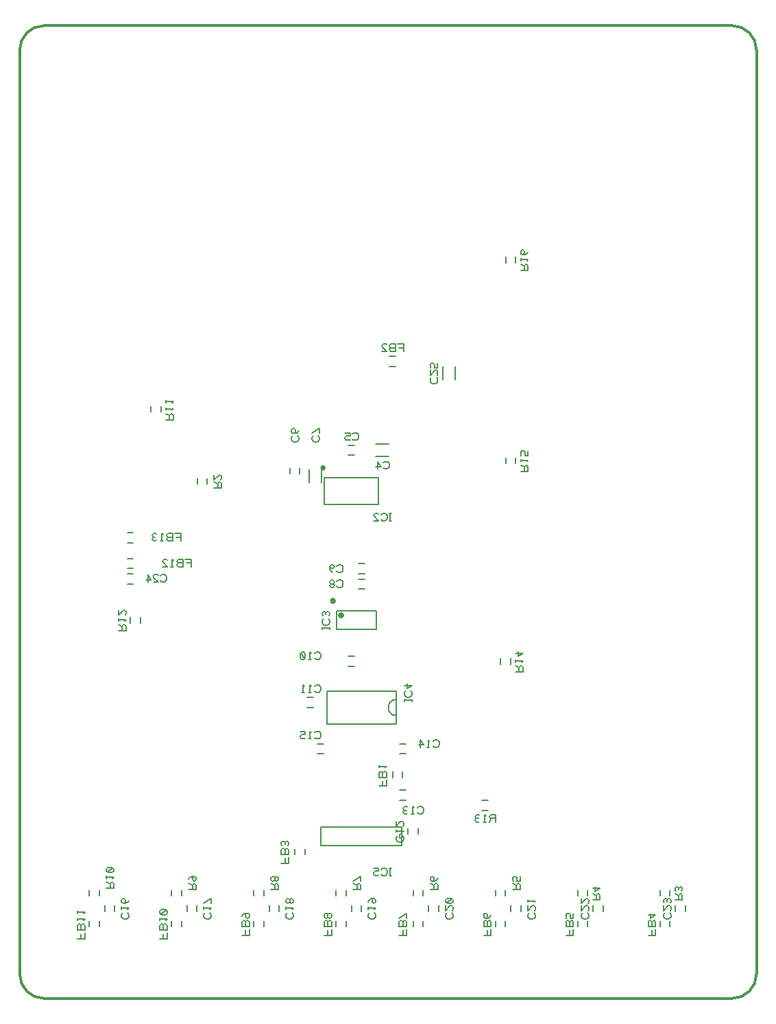
<source format=gbr>
G04 GENERATED BY PULSONIX 12.5 GERBER.DLL 9449*
G04 #@! TF.GenerationSoftware,Pulsonix,Pulsonix,12.5.9449*
G04 #@! TF.CreationDate,2025-07-29T07:21:01--1:00*
G04 #@! TF.Part,Single*
%FSLAX35Y35*%
%LPD*%
%MOMM*%
G04 #@! TF.FileFunction,Legend,Bot*
G04 #@! TF.FilePolarity,Positive*
G04 #@! TA.AperFunction,Profile*
%ADD10C,0.30000*%
G04 #@! TA.AperFunction,Material*
%ADD11C,0.20000*%
%ADD13C,0.20320*%
G04 #@! TD.AperFunction*
%ADD76C,0.20000*%
G04 #@! TD.AperFunction*
X0Y0D02*
D02*
D10*
X3764250Y15214250D02*
X12264250D01*
G75*
G02*
X12564250Y14914250I0J-300000D01*
G01*
Y3514250D01*
G75*
G02*
X12264250Y3214250I-300000J0D01*
G01*
X3764250D01*
G75*
G02*
X3464250Y3514250I0J300000D01*
G01*
Y14914250D01*
G75*
G02*
X3764250Y15214250I300000J0D01*
G01*
D02*
D11*
X4322500Y4170000D02*
Y4100000D01*
Y4481000D02*
Y4551000D01*
X4447500Y4170000D02*
Y4100000D01*
Y4481000D02*
Y4551000D01*
X4513000Y4360500D02*
Y4290500D01*
X4638000Y4360500D02*
Y4290500D01*
X4830500Y7916500D02*
Y7846500D01*
X4864500Y8327000D02*
X4794500D01*
X4864500Y8452000D02*
X4794500D01*
X4864500Y8517500D02*
X4794500D01*
X4864500Y8642500D02*
X4794500D01*
X4864500Y8835000D02*
X4794500D01*
X4864500Y8960000D02*
X4794500D01*
X4955500Y7916500D02*
Y7846500D01*
X5084500Y10450000D02*
Y10520000D01*
X5209500Y10450000D02*
Y10520000D01*
X5338500Y4170000D02*
Y4100000D01*
Y4481000D02*
Y4551000D01*
X5463500Y4170000D02*
Y4100000D01*
Y4481000D02*
Y4551000D01*
X5529000Y4360500D02*
Y4290500D01*
X5654000Y4360500D02*
Y4290500D01*
X5656000Y9631000D02*
Y9561000D01*
X5781000Y9631000D02*
Y9561000D01*
X6354500Y4170000D02*
Y4100000D01*
Y4481000D02*
Y4551000D01*
X6479500Y4170000D02*
Y4100000D01*
Y4481000D02*
Y4551000D01*
X6545000Y4360500D02*
Y4290500D01*
X6670000Y4360500D02*
Y4290500D01*
X6799000Y9688000D02*
Y9758000D01*
X6862500Y4989000D02*
Y5059000D01*
X6924000Y9688000D02*
Y9758000D01*
X6987500Y4989000D02*
Y5059000D01*
X7038000Y9579500D02*
Y9739500D01*
X7087000Y6803000D02*
X7017000D01*
X7087000Y6928000D02*
X7017000D01*
X7185000Y9759000D02*
G75*
G02*
X7235000I25000J0D01*
G01*
G75*
G02*
X7185000I-25000J0D01*
G01*
G36*
X7185000Y9759000D02*
G75*
G02*
X7235000I25000J0D01*
G01*
G75*
G02*
X7185000I-25000J0D01*
G01*
G37*
X7193000Y9579500D02*
Y9739500D01*
X7214000Y6231500D02*
X7144000D01*
X7214000Y6356500D02*
X7144000D01*
X7303500Y8117720D02*
G75*
G02*
X7363500I30000J0D01*
G01*
G75*
G02*
X7303500I-30000J0D01*
G01*
G36*
X7303500Y8117720D02*
G75*
G02*
X7363500I30000J0D01*
G01*
G75*
G02*
X7303500I-30000J0D01*
G01*
G37*
X7370500Y4170000D02*
Y4100000D01*
Y4481000D02*
Y4551000D01*
X7403500Y7941500D02*
G75*
G02*
X7463500I30000J0D01*
G01*
G75*
G02*
X7403500I-30000J0D01*
G01*
G36*
X7403500Y7941500D02*
G75*
G02*
X7463500I30000J0D01*
G01*
G75*
G02*
X7403500I-30000J0D01*
G01*
G37*
X7495500Y4170000D02*
Y4100000D01*
Y4481000D02*
Y4551000D01*
X7561000Y4360500D02*
Y4290500D01*
X7595000Y7311000D02*
X7525000D01*
X7595000Y7436000D02*
X7525000D01*
X7595000Y9914500D02*
X7525000D01*
X7595000Y10039500D02*
X7525000D01*
X7652000Y8263500D02*
X7722000D01*
X7652000Y8388500D02*
X7722000D01*
X7652000Y8454000D02*
X7722000D01*
X7652000Y8579000D02*
X7722000D01*
X7686000Y4360500D02*
Y4290500D01*
X7861000Y9899500D02*
X8021000D01*
X7861000Y10054500D02*
X8021000D01*
X7895000Y9634000D02*
Y9304000D01*
X7225000D01*
Y9634000D01*
X7895000D01*
X8069000Y5941500D02*
Y6011500D01*
X8103000Y11009875D02*
X8033000D01*
X8103000Y11134875D02*
X8033000D01*
X8117000Y6602000D02*
Y7002000D01*
X7257000D01*
Y6602000D01*
X8117000D01*
Y6702000D02*
Y6902000D01*
G75*
G03*
Y6702000I0J-100000D01*
G01*
X8160000Y5660000D02*
X8230000D01*
X8160000Y5785000D02*
X8230000D01*
X8160000Y6231500D02*
X8230000D01*
X8160000Y6356500D02*
X8230000D01*
X8194000Y5941500D02*
Y6011500D01*
X8259500Y5313000D02*
Y5243000D01*
X8323000Y4170000D02*
Y4100000D01*
Y4481000D02*
Y4551000D01*
X8384500Y5313000D02*
Y5243000D01*
X8448000Y4170000D02*
Y4100000D01*
Y4481000D02*
Y4551000D01*
X8513500Y4360500D02*
Y4290500D01*
X8638500Y4360500D02*
Y4290500D01*
X8689000Y11009500D02*
Y10849500D01*
X8844000Y11009500D02*
Y10849500D01*
X9176000Y5533000D02*
X9246000D01*
X9176000Y5658000D02*
X9246000D01*
X9339000Y4170000D02*
Y4100000D01*
Y4481000D02*
Y4551000D01*
X9402500Y7338500D02*
Y7408500D01*
X9464000Y4170000D02*
Y4100000D01*
Y4481000D02*
Y4551000D01*
X9466000Y9815000D02*
Y9885000D01*
Y12291500D02*
Y12361500D01*
X9527500Y7338500D02*
Y7408500D01*
X9529500Y4360500D02*
Y4290500D01*
X9591000Y9815000D02*
Y9885000D01*
Y12291500D02*
Y12361500D01*
X9654500Y4360500D02*
Y4290500D01*
X10355000Y4170000D02*
Y4100000D01*
Y4481000D02*
Y4551000D01*
X10480000Y4170000D02*
Y4100000D01*
Y4481000D02*
Y4551000D01*
X10545500Y4360500D02*
Y4290500D01*
X10670500Y4360500D02*
Y4290500D01*
X11371000Y4170000D02*
Y4100000D01*
Y4481000D02*
Y4551000D01*
X11496000Y4170000D02*
Y4100000D01*
Y4481000D02*
Y4551000D01*
X11561500Y4360500D02*
Y4290500D01*
X11686500Y4360500D02*
Y4290500D01*
D02*
D13*
X7187000Y5097228D02*
Y5331772D01*
X8182110D01*
X7378390Y7764228D02*
Y7998772D01*
X7868610D01*
Y7764228D02*
X7378390D01*
X7868610Y7998772D02*
Y7764228D01*
X8182110Y5097228D02*
X7187000D01*
X8182110Y5184020D02*
G75*
G02*
Y5244980I0J30480D01*
G01*
Y5331772D02*
Y5097228D01*
D02*
D76*
X4177941Y3949425D02*
X4269706Y3949425D01*
Y4025896D01*
X4223824Y4010601D02*
X4223824Y3949425D01*
Y4108254D02*
X4216176Y4123549D01*
X4200882Y4131196D01*
X4185588Y4123549D01*
X4177941Y4108254D01*
Y4054725D01*
X4269706D01*
Y4108254D01*
X4262059Y4123549D01*
X4246765Y4131196D01*
X4231471Y4123549D01*
X4223824Y4108254D01*
Y4054725D01*
X4177941Y4175319D02*
X4177941Y4205907D01*
Y4190613D02*
X4269706Y4190613D01*
X4254412Y4175319D01*
X4177941Y4263719D02*
X4177941Y4294307D01*
Y4279013D02*
X4269706Y4279013D01*
X4254412Y4263719D01*
X4534941Y4573575D02*
X4626706Y4573575D01*
Y4627104D01*
X4619059Y4642399D01*
X4603765Y4650046D01*
X4588471Y4642399D01*
X4580824Y4627104D01*
Y4573575D01*
Y4627104D02*
X4534941Y4650046D01*
Y4694169D02*
X4534941Y4724757D01*
Y4709463D02*
X4626706Y4709463D01*
X4611412Y4694169D01*
X4542588Y4774922D02*
X4534941Y4790216D01*
Y4805510D01*
X4542588Y4820804D01*
X4557882Y4828451D01*
X4603765D01*
X4619059Y4820804D01*
X4626706Y4805510D01*
Y4790216D01*
X4619059Y4774922D01*
X4603765Y4767275D01*
X4557882D01*
X4542588Y4774922D01*
X4619059Y4820804D01*
X4685941Y7748575D02*
X4777706Y7748575D01*
Y7802104D01*
X4770059Y7817399D01*
X4754765Y7825046D01*
X4739471Y7817399D01*
X4731824Y7802104D01*
Y7748575D01*
Y7802104D02*
X4685941Y7825046D01*
Y7869169D02*
X4685941Y7899757D01*
Y7884463D02*
X4777706Y7884463D01*
X4762412Y7869169D01*
X4685941Y8003451D02*
X4685941Y7942275D01*
X4739471Y7995804D01*
X4754765Y8003451D01*
X4770059Y7995804D01*
X4777706Y7980510D01*
Y7957569D01*
X4770059Y7942275D01*
X4737735Y4269046D02*
X4730088Y4261399D01*
X4722441Y4246104D01*
Y4223163D01*
X4730088Y4207869D01*
X4737735Y4200222D01*
X4753029Y4192575D01*
X4783618D01*
X4798912Y4200222D01*
X4806559Y4207869D01*
X4814206Y4223163D01*
Y4246104D01*
X4806559Y4261399D01*
X4798912Y4269046D01*
X4722441Y4313169D02*
X4722441Y4343757D01*
Y4328463D02*
X4814206Y4328463D01*
X4798912Y4313169D01*
X4745382Y4386275D02*
X4760676Y4393922D01*
X4768324Y4409216D01*
Y4424510D01*
X4760676Y4439804D01*
X4745382Y4447451D01*
X4730088Y4439804D01*
X4722441Y4424510D01*
Y4409216D01*
X4730088Y4393922D01*
X4745382Y4386275D01*
X4768324D01*
X4791265Y4393922D01*
X4806559Y4409216D01*
X4814206Y4424510D01*
X5203454Y8364235D02*
X5211101Y8356588D01*
X5226396Y8348941D01*
X5249337D01*
X5264631Y8356588D01*
X5272278Y8364235D01*
X5279925Y8379529D01*
Y8410118D01*
X5272278Y8425412D01*
X5264631Y8433059D01*
X5249337Y8440706D01*
X5226396D01*
X5211101Y8433059D01*
X5203454Y8425412D01*
X5113449Y8348941D02*
X5174625Y8348941D01*
X5121096Y8402471D01*
X5113449Y8417765D01*
X5121096Y8433059D01*
X5136390Y8440706D01*
X5159331D01*
X5174625Y8433059D01*
X5047990Y8348941D02*
X5047990Y8440706D01*
X5086225Y8379529D01*
X5025049D01*
X5269941Y10352075D02*
X5361706Y10352075D01*
Y10405604D01*
X5354059Y10420899D01*
X5338765Y10428546D01*
X5323471Y10420899D01*
X5315824Y10405604D01*
Y10352075D01*
Y10405604D02*
X5269941Y10428546D01*
Y10472669D02*
X5269941Y10503257D01*
Y10487963D02*
X5361706Y10487963D01*
X5346412Y10472669D01*
X5269941Y10561069D02*
X5269941Y10591657D01*
Y10576363D02*
X5361706Y10576363D01*
X5346412Y10561069D01*
X5459575Y8856941D02*
X5459575Y8948706D01*
X5383104D01*
X5398399Y8902824D02*
X5459575Y8902824D01*
X5300746D02*
X5285451Y8895176D01*
X5277804Y8879882D01*
X5285451Y8864588D01*
X5300746Y8856941D01*
X5354275D01*
Y8948706D01*
X5300746D01*
X5285451Y8941059D01*
X5277804Y8925765D01*
X5285451Y8910471D01*
X5300746Y8902824D01*
X5354275D01*
X5233681Y8856941D02*
X5203093Y8856941D01*
X5218387D02*
X5218387Y8948706D01*
X5233681Y8933412D01*
X5152928Y8864588D02*
X5137634Y8856941D01*
X5122340D01*
X5107046Y8864588D01*
X5099399Y8879882D01*
X5107046Y8895176D01*
X5122340Y8902824D01*
X5137634D01*
X5122340D02*
X5107046Y8910471D01*
X5099399Y8925765D01*
X5107046Y8941059D01*
X5122340Y8948706D01*
X5137634D01*
X5152928Y8941059D01*
X5193941Y3949425D02*
X5285706Y3949425D01*
Y4025896D01*
X5239824Y4010601D02*
X5239824Y3949425D01*
Y4108254D02*
X5232176Y4123549D01*
X5216882Y4131196D01*
X5201588Y4123549D01*
X5193941Y4108254D01*
Y4054725D01*
X5285706D01*
Y4108254D01*
X5278059Y4123549D01*
X5262765Y4131196D01*
X5247471Y4123549D01*
X5239824Y4108254D01*
Y4054725D01*
X5193941Y4175319D02*
X5193941Y4205907D01*
Y4190613D02*
X5285706Y4190613D01*
X5270412Y4175319D01*
X5201588Y4256072D02*
X5193941Y4271366D01*
Y4286660D01*
X5201588Y4301954D01*
X5216882Y4309601D01*
X5262765D01*
X5278059Y4301954D01*
X5285706Y4286660D01*
Y4271366D01*
X5278059Y4256072D01*
X5262765Y4248425D01*
X5216882D01*
X5201588Y4256072D01*
X5278059Y4301954D01*
X5586575Y8539441D02*
X5586575Y8631206D01*
X5510104D01*
X5525399Y8585324D02*
X5586575Y8585324D01*
X5427746D02*
X5412451Y8577676D01*
X5404804Y8562382D01*
X5412451Y8547088D01*
X5427746Y8539441D01*
X5481275D01*
Y8631206D01*
X5427746D01*
X5412451Y8623559D01*
X5404804Y8608265D01*
X5412451Y8592971D01*
X5427746Y8585324D01*
X5481275D01*
X5360681Y8539441D02*
X5330093Y8539441D01*
X5345387D02*
X5345387Y8631206D01*
X5360681Y8615912D01*
X5226399Y8539441D02*
X5287575Y8539441D01*
X5234046Y8592971D01*
X5226399Y8608265D01*
X5234046Y8623559D01*
X5249340Y8631206D01*
X5272281D01*
X5287575Y8623559D01*
X5550941Y4554275D02*
X5642706Y4554275D01*
Y4607804D01*
X5635059Y4623099D01*
X5619765Y4630746D01*
X5604471Y4623099D01*
X5596824Y4607804D01*
Y4554275D01*
Y4607804D02*
X5550941Y4630746D01*
Y4682516D02*
X5558588Y4697810D01*
X5573882Y4713104D01*
X5596824Y4720751D01*
X5619765D01*
X5635059Y4713104D01*
X5642706Y4697810D01*
Y4682516D01*
X5635059Y4667222D01*
X5619765Y4659575D01*
X5604471Y4667222D01*
X5596824Y4682516D01*
Y4697810D01*
X5604471Y4713104D01*
X5619765Y4720751D01*
X5753735Y4269046D02*
X5746088Y4261399D01*
X5738441Y4246104D01*
Y4223163D01*
X5746088Y4207869D01*
X5753735Y4200222D01*
X5769029Y4192575D01*
X5799618D01*
X5814912Y4200222D01*
X5822559Y4207869D01*
X5830206Y4223163D01*
Y4246104D01*
X5822559Y4261399D01*
X5814912Y4269046D01*
X5738441Y4313169D02*
X5738441Y4343757D01*
Y4328463D02*
X5830206Y4328463D01*
X5814912Y4313169D01*
X5738441Y4386275D02*
X5830206Y4447451D01*
Y4386275D01*
X5865441Y9507275D02*
X5957206Y9507275D01*
Y9560804D01*
X5949559Y9576099D01*
X5934265Y9583746D01*
X5918971Y9576099D01*
X5911324Y9560804D01*
Y9507275D01*
Y9560804D02*
X5865441Y9583746D01*
Y9673751D02*
X5865441Y9612575D01*
X5918971Y9666104D01*
X5934265Y9673751D01*
X5949559Y9666104D01*
X5957206Y9650810D01*
Y9627869D01*
X5949559Y9612575D01*
X6209941Y3993625D02*
X6301706Y3993625D01*
Y4070096D01*
X6255824Y4054801D02*
X6255824Y3993625D01*
Y4152454D02*
X6248176Y4167749D01*
X6232882Y4175396D01*
X6217588Y4167749D01*
X6209941Y4152454D01*
Y4098925D01*
X6301706D01*
Y4152454D01*
X6294059Y4167749D01*
X6278765Y4175396D01*
X6263471Y4167749D01*
X6255824Y4152454D01*
Y4098925D01*
X6209941Y4227166D02*
X6217588Y4242460D01*
X6232882Y4257754D01*
X6255824Y4265401D01*
X6278765D01*
X6294059Y4257754D01*
X6301706Y4242460D01*
Y4227166D01*
X6294059Y4211872D01*
X6278765Y4204225D01*
X6263471Y4211872D01*
X6255824Y4227166D01*
Y4242460D01*
X6263471Y4257754D01*
X6278765Y4265401D01*
X6566941Y4554275D02*
X6658706Y4554275D01*
Y4607804D01*
X6651059Y4623099D01*
X6635765Y4630746D01*
X6620471Y4623099D01*
X6612824Y4607804D01*
Y4554275D01*
Y4607804D02*
X6566941Y4630746D01*
X6612824Y4682516D02*
X6612824Y4697810D01*
X6620471Y4713104D01*
X6635765Y4720751D01*
X6651059Y4713104D01*
X6658706Y4697810D01*
Y4682516D01*
X6651059Y4667222D01*
X6635765Y4659575D01*
X6620471Y4667222D01*
X6612824Y4682516D01*
X6605176Y4667222D01*
X6589882Y4659575D01*
X6574588Y4667222D01*
X6566941Y4682516D01*
Y4697810D01*
X6574588Y4713104D01*
X6589882Y4720751D01*
X6605176Y4713104D01*
X6612824Y4697810D01*
X6693941Y4882625D02*
X6785706Y4882625D01*
Y4959096D01*
X6739824Y4943801D02*
X6739824Y4882625D01*
Y5041454D02*
X6732176Y5056749D01*
X6716882Y5064396D01*
X6701588Y5056749D01*
X6693941Y5041454D01*
Y4987925D01*
X6785706D01*
Y5041454D01*
X6778059Y5056749D01*
X6762765Y5064396D01*
X6747471Y5056749D01*
X6739824Y5041454D01*
Y4987925D01*
X6701588Y5100872D02*
X6693941Y5116166D01*
Y5131460D01*
X6701588Y5146754D01*
X6716882Y5154401D01*
X6732176Y5146754D01*
X6739824Y5131460D01*
Y5116166D01*
Y5131460D02*
X6747471Y5146754D01*
X6762765Y5154401D01*
X6778059Y5146754D01*
X6785706Y5131460D01*
Y5116166D01*
X6778059Y5100872D01*
X6836235Y10155246D02*
X6828588Y10147599D01*
X6820941Y10132304D01*
Y10109363D01*
X6828588Y10094069D01*
X6836235Y10086422D01*
X6851529Y10078775D01*
X6882118D01*
X6897412Y10086422D01*
X6905059Y10094069D01*
X6912706Y10109363D01*
Y10132304D01*
X6905059Y10147599D01*
X6897412Y10155246D01*
X6843882Y10184075D02*
X6859176Y10191722D01*
X6866824Y10207016D01*
Y10222310D01*
X6859176Y10237604D01*
X6843882Y10245251D01*
X6828588Y10237604D01*
X6820941Y10222310D01*
Y10207016D01*
X6828588Y10191722D01*
X6843882Y10184075D01*
X6866824D01*
X6889765Y10191722D01*
X6905059Y10207016D01*
X6912706Y10222310D01*
X6769735Y4269046D02*
X6762088Y4261399D01*
X6754441Y4246104D01*
Y4223163D01*
X6762088Y4207869D01*
X6769735Y4200222D01*
X6785029Y4192575D01*
X6815618D01*
X6830912Y4200222D01*
X6838559Y4207869D01*
X6846206Y4223163D01*
Y4246104D01*
X6838559Y4261399D01*
X6830912Y4269046D01*
X6754441Y4313169D02*
X6754441Y4343757D01*
Y4328463D02*
X6846206Y4328463D01*
X6830912Y4313169D01*
X6800324Y4409216D02*
X6800324Y4424510D01*
X6807971Y4439804D01*
X6823265Y4447451D01*
X6838559Y4439804D01*
X6846206Y4424510D01*
Y4409216D01*
X6838559Y4393922D01*
X6823265Y4386275D01*
X6807971Y4393922D01*
X6800324Y4409216D01*
X6792676Y4393922D01*
X6777382Y4386275D01*
X6762088Y4393922D01*
X6754441Y4409216D01*
Y4424510D01*
X6762088Y4439804D01*
X6777382Y4447451D01*
X6792676Y4439804D01*
X6800324Y4424510D01*
X7108454Y6432235D02*
X7116101Y6424588D01*
X7131396Y6416941D01*
X7154337D01*
X7169631Y6424588D01*
X7177278Y6432235D01*
X7184925Y6447529D01*
Y6478118D01*
X7177278Y6493412D01*
X7169631Y6501059D01*
X7154337Y6508706D01*
X7131396D01*
X7116101Y6501059D01*
X7108454Y6493412D01*
X7064331Y6416941D02*
X7033743Y6416941D01*
X7049037D02*
X7049037Y6508706D01*
X7064331Y6493412D01*
X6991225Y6424588D02*
X6975931Y6416941D01*
X6952990D01*
X6937696Y6424588D01*
X6930049Y6439882D01*
Y6447529D01*
X6937696Y6462824D01*
X6952990Y6470471D01*
X6991225D01*
Y6508706D01*
X6930049D01*
X7108454Y7003735D02*
X7116101Y6996088D01*
X7131396Y6988441D01*
X7154337D01*
X7169631Y6996088D01*
X7177278Y7003735D01*
X7184925Y7019029D01*
Y7049618D01*
X7177278Y7064912D01*
X7169631Y7072559D01*
X7154337Y7080206D01*
X7131396D01*
X7116101Y7072559D01*
X7108454Y7064912D01*
X7064331Y6988441D02*
X7033743Y6988441D01*
X7049037D02*
X7049037Y7080206D01*
X7064331Y7064912D01*
X6975931Y6988441D02*
X6945343Y6988441D01*
X6960637D02*
X6960637Y7080206D01*
X6975931Y7064912D01*
X7108454Y7408735D02*
X7116101Y7401088D01*
X7131396Y7393441D01*
X7154337D01*
X7169631Y7401088D01*
X7177278Y7408735D01*
X7184925Y7424029D01*
Y7454618D01*
X7177278Y7469912D01*
X7169631Y7477559D01*
X7154337Y7485206D01*
X7131396D01*
X7116101Y7477559D01*
X7108454Y7469912D01*
X7064331Y7393441D02*
X7033743Y7393441D01*
X7049037D02*
X7049037Y7485206D01*
X7064331Y7469912D01*
X6983578Y7401088D02*
X6968284Y7393441D01*
X6952990D01*
X6937696Y7401088D01*
X6930049Y7416382D01*
Y7462265D01*
X6937696Y7477559D01*
X6952990Y7485206D01*
X6968284D01*
X6983578Y7477559D01*
X6991225Y7462265D01*
Y7416382D01*
X6983578Y7401088D01*
X6937696Y7477559D01*
X7090235Y10155246D02*
X7082588Y10147599D01*
X7074941Y10132304D01*
Y10109363D01*
X7082588Y10094069D01*
X7090235Y10086422D01*
X7105529Y10078775D01*
X7136118D01*
X7151412Y10086422D01*
X7159059Y10094069D01*
X7166706Y10109363D01*
Y10132304D01*
X7159059Y10147599D01*
X7151412Y10155246D01*
X7074941Y10184075D02*
X7166706Y10245251D01*
Y10184075D01*
X7198941Y7764825D02*
X7198941Y7795413D01*
Y7780119D02*
X7290706Y7780119D01*
Y7764825D02*
X7290706Y7795413D01*
X7214235Y7897196D02*
X7206588Y7889549D01*
X7198941Y7874254D01*
Y7851313D01*
X7206588Y7836019D01*
X7214235Y7828372D01*
X7229529Y7820725D01*
X7260118D01*
X7275412Y7828372D01*
X7283059Y7836019D01*
X7290706Y7851313D01*
Y7874254D01*
X7283059Y7889549D01*
X7275412Y7897196D01*
X7206588Y7933672D02*
X7198941Y7948966D01*
Y7964260D01*
X7206588Y7979554D01*
X7221882Y7987201D01*
X7237176Y7979554D01*
X7244824Y7964260D01*
Y7948966D01*
Y7964260D02*
X7252471Y7979554D01*
X7267765Y7987201D01*
X7283059Y7979554D01*
X7290706Y7964260D01*
Y7948966D01*
X7283059Y7933672D01*
X7225941Y3993625D02*
X7317706Y3993625D01*
Y4070096D01*
X7271824Y4054801D02*
X7271824Y3993625D01*
Y4152454D02*
X7264176Y4167749D01*
X7248882Y4175396D01*
X7233588Y4167749D01*
X7225941Y4152454D01*
Y4098925D01*
X7317706D01*
Y4152454D01*
X7310059Y4167749D01*
X7294765Y4175396D01*
X7279471Y4167749D01*
X7271824Y4152454D01*
Y4098925D01*
Y4227166D02*
X7271824Y4242460D01*
X7279471Y4257754D01*
X7294765Y4265401D01*
X7310059Y4257754D01*
X7317706Y4242460D01*
Y4227166D01*
X7310059Y4211872D01*
X7294765Y4204225D01*
X7279471Y4211872D01*
X7271824Y4227166D01*
X7264176Y4211872D01*
X7248882Y4204225D01*
X7233588Y4211872D01*
X7225941Y4227166D01*
Y4242460D01*
X7233588Y4257754D01*
X7248882Y4265401D01*
X7264176Y4257754D01*
X7271824Y4242460D01*
X7381754Y8297735D02*
X7389401Y8290088D01*
X7404696Y8282441D01*
X7427637D01*
X7442931Y8290088D01*
X7450578Y8297735D01*
X7458225Y8313029D01*
Y8343618D01*
X7450578Y8358912D01*
X7442931Y8366559D01*
X7427637Y8374206D01*
X7404696D01*
X7389401Y8366559D01*
X7381754Y8358912D01*
X7329984Y8328324D02*
X7314690Y8328324D01*
X7299396Y8335971D01*
X7291749Y8351265D01*
X7299396Y8366559D01*
X7314690Y8374206D01*
X7329984D01*
X7345278Y8366559D01*
X7352925Y8351265D01*
X7345278Y8335971D01*
X7329984Y8328324D01*
X7345278Y8320676D01*
X7352925Y8305382D01*
X7345278Y8290088D01*
X7329984Y8282441D01*
X7314690D01*
X7299396Y8290088D01*
X7291749Y8305382D01*
X7299396Y8320676D01*
X7314690Y8328324D01*
X7381754Y8488235D02*
X7389401Y8480588D01*
X7404696Y8472941D01*
X7427637D01*
X7442931Y8480588D01*
X7450578Y8488235D01*
X7458225Y8503529D01*
Y8534118D01*
X7450578Y8549412D01*
X7442931Y8557059D01*
X7427637Y8564706D01*
X7404696D01*
X7389401Y8557059D01*
X7381754Y8549412D01*
X7329984Y8472941D02*
X7314690Y8480588D01*
X7299396Y8495882D01*
X7291749Y8518824D01*
Y8541765D01*
X7299396Y8557059D01*
X7314690Y8564706D01*
X7329984D01*
X7345278Y8557059D01*
X7352925Y8541765D01*
X7345278Y8526471D01*
X7329984Y8518824D01*
X7314690D01*
X7299396Y8526471D01*
X7291749Y8541765D01*
X7582941Y4554275D02*
X7674706Y4554275D01*
Y4607804D01*
X7667059Y4623099D01*
X7651765Y4630746D01*
X7636471Y4623099D01*
X7628824Y4607804D01*
Y4554275D01*
Y4607804D02*
X7582941Y4630746D01*
Y4659575D02*
X7674706Y4720751D01*
Y4659575D01*
X7572254Y10115235D02*
X7579901Y10107588D01*
X7595196Y10099941D01*
X7618137D01*
X7633431Y10107588D01*
X7641078Y10115235D01*
X7648725Y10130529D01*
Y10161118D01*
X7641078Y10176412D01*
X7633431Y10184059D01*
X7618137Y10191706D01*
X7595196D01*
X7579901Y10184059D01*
X7572254Y10176412D01*
X7543425Y10107588D02*
X7528131Y10099941D01*
X7505190D01*
X7489896Y10107588D01*
X7482249Y10122882D01*
Y10130529D01*
X7489896Y10145824D01*
X7505190Y10153471D01*
X7543425D01*
Y10191706D01*
X7482249D01*
X7785735Y4269046D02*
X7778088Y4261399D01*
X7770441Y4246104D01*
Y4223163D01*
X7778088Y4207869D01*
X7785735Y4200222D01*
X7801029Y4192575D01*
X7831618D01*
X7846912Y4200222D01*
X7854559Y4207869D01*
X7862206Y4223163D01*
Y4246104D01*
X7854559Y4261399D01*
X7846912Y4269046D01*
X7770441Y4313169D02*
X7770441Y4343757D01*
Y4328463D02*
X7862206Y4328463D01*
X7846912Y4313169D01*
X7770441Y4409216D02*
X7778088Y4424510D01*
X7793382Y4439804D01*
X7816324Y4447451D01*
X7839265D01*
X7854559Y4439804D01*
X7862206Y4424510D01*
Y4409216D01*
X7854559Y4393922D01*
X7839265Y4386275D01*
X7823971Y4393922D01*
X7816324Y4409216D01*
Y4424510D01*
X7823971Y4439804D01*
X7839265Y4447451D01*
X7900441Y5835125D02*
X7992206Y5835125D01*
Y5911596D01*
X7946324Y5896301D02*
X7946324Y5835125D01*
Y5993954D02*
X7938676Y6009249D01*
X7923382Y6016896D01*
X7908088Y6009249D01*
X7900441Y5993954D01*
Y5940425D01*
X7992206D01*
Y5993954D01*
X7984559Y6009249D01*
X7969265Y6016896D01*
X7953971Y6009249D01*
X7946324Y5993954D01*
Y5940425D01*
X7900441Y6061019D02*
X7900441Y6091607D01*
Y6076313D02*
X7992206Y6076313D01*
X7976912Y6061019D01*
X8057675Y4729441D02*
X8027087Y4729441D01*
X8042381D02*
X8042381Y4821206D01*
X8057675D02*
X8027087Y4821206D01*
X7925304Y4744735D02*
X7932951Y4737088D01*
X7948246Y4729441D01*
X7971187D01*
X7986481Y4737088D01*
X7994128Y4744735D01*
X8001775Y4760029D01*
Y4790618D01*
X7994128Y4805912D01*
X7986481Y4813559D01*
X7971187Y4821206D01*
X7948246D01*
X7932951Y4813559D01*
X7925304Y4805912D01*
X7896475Y4737088D02*
X7881181Y4729441D01*
X7858240D01*
X7842946Y4737088D01*
X7835299Y4752382D01*
Y4760029D01*
X7842946Y4775324D01*
X7858240Y4782971D01*
X7896475D01*
Y4821206D01*
X7835299D01*
X8057675Y9107941D02*
X8027087Y9107941D01*
X8042381D02*
X8042381Y9199706D01*
X8057675D02*
X8027087Y9199706D01*
X7925304Y9123235D02*
X7932951Y9115588D01*
X7948246Y9107941D01*
X7971187D01*
X7986481Y9115588D01*
X7994128Y9123235D01*
X8001775Y9138529D01*
Y9169118D01*
X7994128Y9184412D01*
X7986481Y9192059D01*
X7971187Y9199706D01*
X7948246D01*
X7932951Y9192059D01*
X7925304Y9184412D01*
X7835299Y9107941D02*
X7896475Y9107941D01*
X7842946Y9161471D01*
X7835299Y9176765D01*
X7842946Y9192059D01*
X7858240Y9199706D01*
X7881181D01*
X7896475Y9192059D01*
X7953254Y9760235D02*
X7960901Y9752588D01*
X7976196Y9744941D01*
X7999137D01*
X8014431Y9752588D01*
X8022078Y9760235D01*
X8029725Y9775529D01*
Y9806118D01*
X8022078Y9821412D01*
X8014431Y9829059D01*
X7999137Y9836706D01*
X7976196D01*
X7960901Y9829059D01*
X7953254Y9821412D01*
X7886190Y9744941D02*
X7886190Y9836706D01*
X7924425Y9775529D01*
X7863249D01*
X8209375Y11195316D02*
X8209375Y11287081D01*
X8132904D01*
X8148199Y11241199D02*
X8209375Y11241199D01*
X8050546D02*
X8035251Y11233551D01*
X8027604Y11218257D01*
X8035251Y11202963D01*
X8050546Y11195316D01*
X8104075D01*
Y11287081D01*
X8050546D01*
X8035251Y11279434D01*
X8027604Y11264140D01*
X8035251Y11248846D01*
X8050546Y11241199D01*
X8104075D01*
X7937599Y11195316D02*
X7998775Y11195316D01*
X7945246Y11248846D01*
X7937599Y11264140D01*
X7945246Y11279434D01*
X7960540Y11287081D01*
X7983481D01*
X7998775Y11279434D01*
X8217941Y6875825D02*
X8217941Y6906413D01*
Y6891119D02*
X8309706Y6891119D01*
Y6875825D02*
X8309706Y6906413D01*
X8233235Y7008196D02*
X8225588Y7000549D01*
X8217941Y6985254D01*
Y6962313D01*
X8225588Y6947019D01*
X8233235Y6939372D01*
X8248529Y6931725D01*
X8279118D01*
X8294412Y6939372D01*
X8302059Y6947019D01*
X8309706Y6962313D01*
Y6985254D01*
X8302059Y7000549D01*
X8294412Y7008196D01*
X8217941Y7075260D02*
X8309706Y7075260D01*
X8248529Y7037025D01*
Y7098201D01*
X8130235Y5221546D02*
X8122588Y5213899D01*
X8114941Y5198604D01*
Y5175663D01*
X8122588Y5160369D01*
X8130235Y5152722D01*
X8145529Y5145075D01*
X8176118D01*
X8191412Y5152722D01*
X8199059Y5160369D01*
X8206706Y5175663D01*
Y5198604D01*
X8199059Y5213899D01*
X8191412Y5221546D01*
X8114941Y5265669D02*
X8114941Y5296257D01*
Y5280963D02*
X8206706Y5280963D01*
X8191412Y5265669D01*
X8114941Y5399951D02*
X8114941Y5338775D01*
X8168471Y5392304D01*
X8183765Y5399951D01*
X8199059Y5392304D01*
X8206706Y5377010D01*
Y5354069D01*
X8199059Y5338775D01*
X8151441Y3993625D02*
X8243206Y3993625D01*
Y4070096D01*
X8197324Y4054801D02*
X8197324Y3993625D01*
Y4152454D02*
X8189676Y4167749D01*
X8174382Y4175396D01*
X8159088Y4167749D01*
X8151441Y4152454D01*
Y4098925D01*
X8243206D01*
Y4152454D01*
X8235559Y4167749D01*
X8220265Y4175396D01*
X8204971Y4167749D01*
X8197324Y4152454D01*
Y4098925D01*
X8151441Y4204225D02*
X8243206Y4265401D01*
Y4204225D01*
X8378454Y5503735D02*
X8386101Y5496088D01*
X8401396Y5488441D01*
X8424337D01*
X8439631Y5496088D01*
X8447278Y5503735D01*
X8454925Y5519029D01*
Y5549618D01*
X8447278Y5564912D01*
X8439631Y5572559D01*
X8424337Y5580206D01*
X8401396D01*
X8386101Y5572559D01*
X8378454Y5564912D01*
X8334331Y5488441D02*
X8303743Y5488441D01*
X8319037D02*
X8319037Y5580206D01*
X8334331Y5564912D01*
X8253578Y5496088D02*
X8238284Y5488441D01*
X8222990D01*
X8207696Y5496088D01*
X8200049Y5511382D01*
X8207696Y5526676D01*
X8222990Y5534324D01*
X8238284D01*
X8222990D02*
X8207696Y5541971D01*
X8200049Y5557265D01*
X8207696Y5572559D01*
X8222990Y5580206D01*
X8238284D01*
X8253578Y5572559D01*
X8535441Y4554275D02*
X8627206Y4554275D01*
Y4607804D01*
X8619559Y4623099D01*
X8604265Y4630746D01*
X8588971Y4623099D01*
X8581324Y4607804D01*
Y4554275D01*
Y4607804D02*
X8535441Y4630746D01*
X8558382Y4659575D02*
X8573676Y4667222D01*
X8581324Y4682516D01*
Y4697810D01*
X8573676Y4713104D01*
X8558382Y4720751D01*
X8543088Y4713104D01*
X8535441Y4697810D01*
Y4682516D01*
X8543088Y4667222D01*
X8558382Y4659575D01*
X8581324D01*
X8604265Y4667222D01*
X8619559Y4682516D01*
X8627206Y4697810D01*
X8568954Y6329235D02*
X8576601Y6321588D01*
X8591896Y6313941D01*
X8614837D01*
X8630131Y6321588D01*
X8637778Y6329235D01*
X8645425Y6344529D01*
Y6375118D01*
X8637778Y6390412D01*
X8630131Y6398059D01*
X8614837Y6405706D01*
X8591896D01*
X8576601Y6398059D01*
X8568954Y6390412D01*
X8524831Y6313941D02*
X8494243Y6313941D01*
X8509537D02*
X8509537Y6405706D01*
X8524831Y6390412D01*
X8413490Y6313941D02*
X8413490Y6405706D01*
X8451725Y6344529D01*
X8390549D01*
X8549735Y10873046D02*
X8542088Y10865399D01*
X8534441Y10850104D01*
Y10827163D01*
X8542088Y10811869D01*
X8549735Y10804222D01*
X8565029Y10796575D01*
X8595618D01*
X8610912Y10804222D01*
X8618559Y10811869D01*
X8626206Y10827163D01*
Y10850104D01*
X8618559Y10865399D01*
X8610912Y10873046D01*
X8534441Y10963051D02*
X8534441Y10901875D01*
X8587971Y10955404D01*
X8603265Y10963051D01*
X8618559Y10955404D01*
X8626206Y10940110D01*
Y10917169D01*
X8618559Y10901875D01*
X8542088Y10990275D02*
X8534441Y11005569D01*
Y11028510D01*
X8542088Y11043804D01*
X8557382Y11051451D01*
X8565029D01*
X8580324Y11043804D01*
X8587971Y11028510D01*
Y10990275D01*
X8626206D01*
Y11051451D01*
X8738235Y4269046D02*
X8730588Y4261399D01*
X8722941Y4246104D01*
Y4223163D01*
X8730588Y4207869D01*
X8738235Y4200222D01*
X8753529Y4192575D01*
X8784118D01*
X8799412Y4200222D01*
X8807059Y4207869D01*
X8814706Y4223163D01*
Y4246104D01*
X8807059Y4261399D01*
X8799412Y4269046D01*
X8722941Y4359051D02*
X8722941Y4297875D01*
X8776471Y4351404D01*
X8791765Y4359051D01*
X8807059Y4351404D01*
X8814706Y4336110D01*
Y4313169D01*
X8807059Y4297875D01*
X8730588Y4393922D02*
X8722941Y4409216D01*
Y4424510D01*
X8730588Y4439804D01*
X8745882Y4447451D01*
X8791765D01*
X8807059Y4439804D01*
X8814706Y4424510D01*
Y4409216D01*
X8807059Y4393922D01*
X8791765Y4386275D01*
X8745882D01*
X8730588Y4393922D01*
X8807059Y4439804D01*
X9343925Y5388441D02*
X9343925Y5480206D01*
X9290396D01*
X9275101Y5472559D01*
X9267454Y5457265D01*
X9275101Y5441971D01*
X9290396Y5434324D01*
X9343925D01*
X9290396D02*
X9267454Y5388441D01*
X9223331D02*
X9192743Y5388441D01*
X9208037D02*
X9208037Y5480206D01*
X9223331Y5464912D01*
X9142578Y5396088D02*
X9127284Y5388441D01*
X9111990D01*
X9096696Y5396088D01*
X9089049Y5411382D01*
X9096696Y5426676D01*
X9111990Y5434324D01*
X9127284D01*
X9111990D02*
X9096696Y5441971D01*
X9089049Y5457265D01*
X9096696Y5472559D01*
X9111990Y5480206D01*
X9127284D01*
X9142578Y5472559D01*
X9194441Y3993625D02*
X9286206Y3993625D01*
Y4070096D01*
X9240324Y4054801D02*
X9240324Y3993625D01*
Y4152454D02*
X9232676Y4167749D01*
X9217382Y4175396D01*
X9202088Y4167749D01*
X9194441Y4152454D01*
Y4098925D01*
X9286206D01*
Y4152454D01*
X9278559Y4167749D01*
X9263265Y4175396D01*
X9247971Y4167749D01*
X9240324Y4152454D01*
Y4098925D01*
X9217382Y4204225D02*
X9232676Y4211872D01*
X9240324Y4227166D01*
Y4242460D01*
X9232676Y4257754D01*
X9217382Y4265401D01*
X9202088Y4257754D01*
X9194441Y4242460D01*
Y4227166D01*
X9202088Y4211872D01*
X9217382Y4204225D01*
X9240324D01*
X9263265Y4211872D01*
X9278559Y4227166D01*
X9286206Y4242460D01*
X9551441Y4554275D02*
X9643206Y4554275D01*
Y4607804D01*
X9635559Y4623099D01*
X9620265Y4630746D01*
X9604971Y4623099D01*
X9597324Y4607804D01*
Y4554275D01*
Y4607804D02*
X9551441Y4630746D01*
X9559088Y4659575D02*
X9551441Y4674869D01*
Y4697810D01*
X9559088Y4713104D01*
X9574382Y4720751D01*
X9582029D01*
X9597324Y4713104D01*
X9604971Y4697810D01*
Y4659575D01*
X9643206D01*
Y4720751D01*
X9587941Y7240575D02*
X9679706Y7240575D01*
Y7294104D01*
X9672059Y7309399D01*
X9656765Y7317046D01*
X9641471Y7309399D01*
X9633824Y7294104D01*
Y7240575D01*
Y7294104D02*
X9587941Y7317046D01*
Y7361169D02*
X9587941Y7391757D01*
Y7376463D02*
X9679706Y7376463D01*
X9664412Y7361169D01*
X9587941Y7472510D02*
X9679706Y7472510D01*
X9618529Y7434275D01*
Y7495451D01*
X9651441Y9717075D02*
X9743206Y9717075D01*
Y9770604D01*
X9735559Y9785899D01*
X9720265Y9793546D01*
X9704971Y9785899D01*
X9697324Y9770604D01*
Y9717075D01*
Y9770604D02*
X9651441Y9793546D01*
Y9837669D02*
X9651441Y9868257D01*
Y9852963D02*
X9743206Y9852963D01*
X9727912Y9837669D01*
X9659088Y9910775D02*
X9651441Y9926069D01*
Y9949010D01*
X9659088Y9964304D01*
X9674382Y9971951D01*
X9682029D01*
X9697324Y9964304D01*
X9704971Y9949010D01*
Y9910775D01*
X9743206D01*
Y9971951D01*
X9651441Y12193575D02*
X9743206Y12193575D01*
Y12247104D01*
X9735559Y12262399D01*
X9720265Y12270046D01*
X9704971Y12262399D01*
X9697324Y12247104D01*
Y12193575D01*
Y12247104D02*
X9651441Y12270046D01*
Y12314169D02*
X9651441Y12344757D01*
Y12329463D02*
X9743206Y12329463D01*
X9727912Y12314169D01*
X9674382Y12387275D02*
X9689676Y12394922D01*
X9697324Y12410216D01*
Y12425510D01*
X9689676Y12440804D01*
X9674382Y12448451D01*
X9659088Y12440804D01*
X9651441Y12425510D01*
Y12410216D01*
X9659088Y12394922D01*
X9674382Y12387275D01*
X9697324D01*
X9720265Y12394922D01*
X9735559Y12410216D01*
X9743206Y12425510D01*
X9754235Y4269046D02*
X9746588Y4261399D01*
X9738941Y4246104D01*
Y4223163D01*
X9746588Y4207869D01*
X9754235Y4200222D01*
X9769529Y4192575D01*
X9800118D01*
X9815412Y4200222D01*
X9823059Y4207869D01*
X9830706Y4223163D01*
Y4246104D01*
X9823059Y4261399D01*
X9815412Y4269046D01*
X9738941Y4359051D02*
X9738941Y4297875D01*
X9792471Y4351404D01*
X9807765Y4359051D01*
X9823059Y4351404D01*
X9830706Y4336110D01*
Y4313169D01*
X9823059Y4297875D01*
X9738941Y4401569D02*
X9738941Y4432157D01*
Y4416863D02*
X9830706Y4416863D01*
X9815412Y4401569D01*
X10210441Y3993625D02*
X10302206Y3993625D01*
Y4070096D01*
X10256324Y4054801D02*
X10256324Y3993625D01*
Y4152454D02*
X10248676Y4167749D01*
X10233382Y4175396D01*
X10218088Y4167749D01*
X10210441Y4152454D01*
Y4098925D01*
X10302206D01*
Y4152454D01*
X10294559Y4167749D01*
X10279265Y4175396D01*
X10263971Y4167749D01*
X10256324Y4152454D01*
Y4098925D01*
X10218088Y4204225D02*
X10210441Y4219519D01*
Y4242460D01*
X10218088Y4257754D01*
X10233382Y4265401D01*
X10241029D01*
X10256324Y4257754D01*
X10263971Y4242460D01*
Y4204225D01*
X10302206D01*
Y4265401D01*
X10416235Y4269046D02*
X10408588Y4261399D01*
X10400941Y4246104D01*
Y4223163D01*
X10408588Y4207869D01*
X10416235Y4200222D01*
X10431529Y4192575D01*
X10462118D01*
X10477412Y4200222D01*
X10485059Y4207869D01*
X10492706Y4223163D01*
Y4246104D01*
X10485059Y4261399D01*
X10477412Y4269046D01*
X10400941Y4359051D02*
X10400941Y4297875D01*
X10454471Y4351404D01*
X10469765Y4359051D01*
X10485059Y4351404D01*
X10492706Y4336110D01*
Y4313169D01*
X10485059Y4297875D01*
X10400941Y4447451D02*
X10400941Y4386275D01*
X10454471Y4439804D01*
X10469765Y4447451D01*
X10485059Y4439804D01*
X10492706Y4424510D01*
Y4401569D01*
X10485059Y4386275D01*
X10540441Y4427275D02*
X10632206Y4427275D01*
Y4480804D01*
X10624559Y4496099D01*
X10609265Y4503746D01*
X10593971Y4496099D01*
X10586324Y4480804D01*
Y4427275D01*
Y4480804D02*
X10540441Y4503746D01*
Y4570810D02*
X10632206Y4570810D01*
X10571029Y4532575D01*
Y4593751D01*
X11226441Y3993625D02*
X11318206Y3993625D01*
Y4070096D01*
X11272324Y4054801D02*
X11272324Y3993625D01*
Y4152454D02*
X11264676Y4167749D01*
X11249382Y4175396D01*
X11234088Y4167749D01*
X11226441Y4152454D01*
Y4098925D01*
X11318206D01*
Y4152454D01*
X11310559Y4167749D01*
X11295265Y4175396D01*
X11279971Y4167749D01*
X11272324Y4152454D01*
Y4098925D01*
X11226441Y4242460D02*
X11318206Y4242460D01*
X11257029Y4204225D01*
Y4265401D01*
X11432235Y4269046D02*
X11424588Y4261399D01*
X11416941Y4246104D01*
Y4223163D01*
X11424588Y4207869D01*
X11432235Y4200222D01*
X11447529Y4192575D01*
X11478118D01*
X11493412Y4200222D01*
X11501059Y4207869D01*
X11508706Y4223163D01*
Y4246104D01*
X11501059Y4261399D01*
X11493412Y4269046D01*
X11416941Y4359051D02*
X11416941Y4297875D01*
X11470471Y4351404D01*
X11485765Y4359051D01*
X11501059Y4351404D01*
X11508706Y4336110D01*
Y4313169D01*
X11501059Y4297875D01*
X11424588Y4393922D02*
X11416941Y4409216D01*
Y4424510D01*
X11424588Y4439804D01*
X11439882Y4447451D01*
X11455176Y4439804D01*
X11462824Y4424510D01*
Y4409216D01*
Y4424510D02*
X11470471Y4439804D01*
X11485765Y4447451D01*
X11501059Y4439804D01*
X11508706Y4424510D01*
Y4409216D01*
X11501059Y4393922D01*
X11556441Y4427275D02*
X11648206Y4427275D01*
Y4480804D01*
X11640559Y4496099D01*
X11625265Y4503746D01*
X11609971Y4496099D01*
X11602324Y4480804D01*
Y4427275D01*
Y4480804D02*
X11556441Y4503746D01*
X11564088Y4540222D02*
X11556441Y4555516D01*
Y4570810D01*
X11564088Y4586104D01*
X11579382Y4593751D01*
X11594676Y4586104D01*
X11602324Y4570810D01*
Y4555516D01*
Y4570810D02*
X11609971Y4586104D01*
X11625265Y4593751D01*
X11640559Y4586104D01*
X11648206Y4570810D01*
Y4555516D01*
X11640559Y4540222D01*
X0Y0D02*
M02*

</source>
